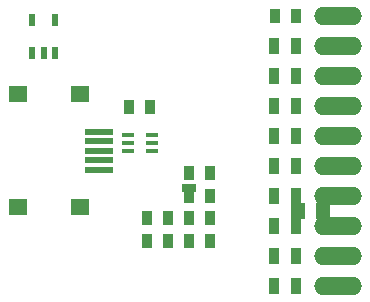
<source format=gbp>
G04 (created by PCBNEW-RS274X (2011-12-28 BZR 3254)-stable) date 17/03/2012 11:59:50*
G01*
G70*
G90*
%MOIN*%
G04 Gerber Fmt 3.4, Leading zero omitted, Abs format*
%FSLAX34Y34*%
G04 APERTURE LIST*
%ADD10C,0.006000*%
%ADD11O,0.160000X0.060000*%
%ADD12R,0.035000X0.055000*%
%ADD13R,0.040000X0.016000*%
%ADD14R,0.045000X0.055000*%
%ADD15R,0.035000X0.045000*%
%ADD16R,0.020000X0.040000*%
%ADD17R,0.045000X0.025000*%
%ADD18R,0.063000X0.055100*%
%ADD19R,0.092500X0.019700*%
G04 APERTURE END LIST*
G54D10*
G54D11*
X49600Y-45500D03*
X49600Y-46500D03*
X49600Y-47500D03*
X49600Y-48500D03*
X49600Y-49500D03*
X49600Y-50500D03*
X49600Y-51500D03*
X49600Y-52500D03*
X49600Y-53500D03*
X49600Y-54500D03*
G54D12*
X47475Y-54500D03*
X48225Y-54500D03*
X47475Y-53500D03*
X48225Y-53500D03*
X47475Y-46500D03*
X48225Y-46500D03*
X47475Y-47500D03*
X48225Y-47500D03*
X47475Y-48500D03*
X48225Y-48500D03*
X47475Y-49500D03*
X48225Y-49500D03*
X47475Y-51500D03*
X48225Y-51500D03*
X47475Y-52500D03*
X48225Y-52500D03*
X47475Y-50500D03*
X48225Y-50500D03*
G54D13*
X43400Y-50010D03*
X43400Y-49750D03*
X43400Y-49490D03*
X42600Y-49490D03*
X42600Y-49750D03*
X42600Y-50010D03*
G54D14*
X48275Y-52000D03*
X49125Y-52000D03*
G54D15*
X43950Y-53000D03*
X43250Y-53000D03*
X45350Y-53000D03*
X44650Y-53000D03*
X43950Y-52250D03*
X43250Y-52250D03*
X48200Y-45500D03*
X47500Y-45500D03*
X44650Y-52250D03*
X45350Y-52250D03*
X43350Y-48550D03*
X42650Y-48550D03*
X44650Y-51500D03*
X45350Y-51500D03*
G54D16*
X40175Y-46750D03*
X39425Y-46750D03*
X40175Y-45650D03*
X39800Y-46750D03*
X39425Y-45650D03*
G54D15*
X45350Y-50750D03*
X44650Y-50750D03*
G54D17*
X44650Y-51250D03*
G54D18*
X38953Y-48110D03*
X41000Y-48110D03*
X38953Y-51890D03*
X41000Y-51890D03*
G54D19*
X41630Y-49370D03*
X41630Y-49685D03*
X41630Y-50000D03*
X41630Y-50315D03*
X41630Y-50630D03*
M02*

</source>
